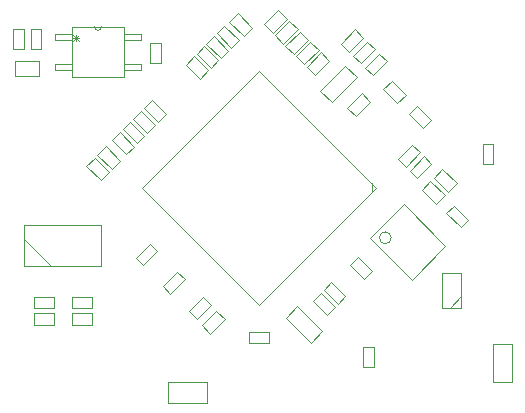
<source format=gbr>
G04*
G04 #@! TF.GenerationSoftware,Altium Limited,Altium Designer,24.0.1 (36)*
G04*
G04 Layer_Color=16711935*
%FSLAX25Y25*%
%MOIN*%
G70*
G04*
G04 #@! TF.SameCoordinates,BD3E70BB-0697-4B71-9AF7-6C14A59E7EE9*
G04*
G04*
G04 #@! TF.FilePolarity,Positive*
G04*
G01*
G75*
%ADD19C,0.00300*%
%ADD115C,0.00394*%
%ADD116C,0.00000*%
%ADD117C,0.00100*%
D19*
X46900Y134334D02*
X48999Y132235D01*
X46900D02*
X48999Y134334D01*
X46900Y133284D02*
X48999D01*
X47949Y132235D02*
Y134334D01*
D115*
X153052Y66692D02*
G03*
X153052Y66692I-1969J0D01*
G01*
X99714Y130081D02*
X102219Y132586D01*
X94981Y134814D02*
X97487Y137319D01*
X94981Y134814D02*
X99714Y130081D01*
X97487Y137319D02*
X102219Y132586D01*
X92914Y123281D02*
X95419Y125786D01*
X88181Y128014D02*
X90687Y130519D01*
X88181Y128014D02*
X92914Y123281D01*
X90687Y130519D02*
X95419Y125786D01*
X131674Y40842D02*
X134458Y43626D01*
X126942Y45574D02*
X129726Y48358D01*
X126942Y45574D02*
X131674Y40842D01*
X129726Y48358D02*
X134458Y43626D01*
X121773Y43824D02*
X130124Y35473D01*
X117876Y39927D02*
X126227Y31576D01*
X130124Y35473D01*
X117876Y39927D02*
X121773Y43824D01*
X109000Y44426D02*
X147974Y83400D01*
X70026D02*
X109000Y44426D01*
X70026Y83400D02*
X109000Y122374D01*
X147974Y83400D01*
X146582Y82008D02*
Y84792D01*
X172609Y43391D02*
X176350Y47131D01*
Y43391D02*
Y54809D01*
X170050D02*
X176350D01*
X170050Y43391D02*
Y54809D01*
Y43391D02*
X176350D01*
X30797Y57202D02*
Y70998D01*
X56403D01*
X56403Y57202D02*
X56403Y70998D01*
X30797Y57202D02*
X56403D01*
X30797Y66218D02*
X39813Y57202D01*
X90042Y37526D02*
X92826Y34742D01*
X94774Y42258D02*
X97558Y39474D01*
X90042Y37526D02*
X94774Y42258D01*
X92826Y34742D02*
X97558Y39474D01*
X78802Y11754D02*
X91598D01*
X78802Y18447D02*
X91598D01*
Y11754D02*
Y18447D01*
X78802Y11754D02*
Y18447D01*
X183528Y91125D02*
X187072D01*
X183528Y97818D02*
X187072D01*
X183528Y91125D02*
Y97818D01*
X187072Y91125D02*
Y97818D01*
X159992Y52772D02*
X171127Y63908D01*
X146072Y66692D02*
X157208Y77828D01*
X171127Y63908D01*
X146072Y66692D02*
X159992Y52772D01*
X129276Y115673D02*
X137627Y124024D01*
X133173Y111776D02*
X141525Y120127D01*
X137627Y124024D02*
X141525Y120127D01*
X129276Y115673D02*
X133173Y111776D01*
X166126Y85558D02*
X170858Y80826D01*
X163342Y82774D02*
X168074Y78042D01*
X163342Y82774D02*
X166126Y85558D01*
X168074Y78042D02*
X170858Y80826D01*
X155339Y92944D02*
X157844Y90438D01*
X160071Y97677D02*
X162577Y95171D01*
X155339Y92944D02*
X160071Y97677D01*
X157844Y90438D02*
X162577Y95171D01*
X158869Y107847D02*
X163602Y103115D01*
X161653Y110631D02*
X166385Y105898D01*
X163602Y103115D02*
X166385Y105898D01*
X158869Y107847D02*
X161653Y110631D01*
X150415Y116302D02*
X155147Y111569D01*
X153199Y119085D02*
X157931Y114353D01*
X155147Y111569D02*
X157931Y114353D01*
X150415Y116302D02*
X153199Y119085D01*
X93986Y133819D02*
X98719Y129086D01*
X91481Y131314D02*
X96214Y126581D01*
X91481Y131314D02*
X93986Y133819D01*
X96214Y126581D02*
X98719Y129086D01*
X84575Y124441D02*
X87359Y127225D01*
X89308Y119708D02*
X92092Y122492D01*
X87359Y127225D02*
X92092Y122492D01*
X84575Y124441D02*
X89308Y119708D01*
X72628Y131746D02*
X72628Y125054D01*
X76172D02*
X76172Y131746D01*
X72628Y125054D02*
X76172D01*
X72628Y131746D02*
X76172D01*
X27763Y125561D02*
X35637D01*
X27763Y120639D02*
X35637Y120639D01*
X27763Y120639D02*
Y125561D01*
X35637Y120639D02*
Y125561D01*
X36372Y129525D02*
Y136218D01*
X32828Y129525D02*
Y136218D01*
X36372Y136218D01*
X32828Y129525D02*
X36372D01*
X30572Y136232D02*
X30572Y129539D01*
X27028Y129539D02*
Y136232D01*
X30572Y136232D01*
X27028Y129539D02*
X30572Y129539D01*
X46603Y47069D02*
X53296D01*
X46603Y43132D02*
X53296D01*
X46603D02*
Y47069D01*
X53296Y43132D02*
X53296Y47069D01*
X46603Y41668D02*
X53296D01*
X46603Y37732D02*
X53296D01*
X46603Y41668D02*
X46603Y37732D01*
X53296D02*
Y41668D01*
X33953Y37732D02*
X40646Y37732D01*
X33953Y41668D02*
X40646D01*
Y37732D02*
Y41668D01*
X33953Y37732D02*
Y41668D01*
Y43132D02*
X40646D01*
X33954Y47069D02*
X40646D01*
Y43132D02*
Y47069D01*
X33953Y43132D02*
X33954Y47069D01*
X143532Y23554D02*
X147468Y23553D01*
X143532Y30246D02*
X147468D01*
X143532Y23554D02*
Y30246D01*
X147468Y23553D02*
Y30246D01*
X193350Y18701D02*
Y31299D01*
X187050Y18701D02*
Y31299D01*
X193350Y31299D01*
X187050Y18701D02*
X193350D01*
X176171Y70123D02*
X178677Y72629D01*
X171439Y74856D02*
X173944Y77362D01*
X171439Y74856D02*
X176171Y70123D01*
X173944Y77362D02*
X178677Y72629D01*
X159181Y89086D02*
X161686Y86581D01*
X163914Y93819D02*
X166419Y91313D01*
X159181Y89086D02*
X163914Y93819D01*
X161686Y86581D02*
X166419Y91313D01*
X172074Y82042D02*
X174858Y84826D01*
X167342Y86774D02*
X170126Y89558D01*
X167342Y86774D02*
X172074Y82042D01*
X170126Y89558D02*
X174858Y84826D01*
X138469Y110053D02*
X143201Y114785D01*
X141253Y107269D02*
X145985Y112002D01*
X138469Y110053D02*
X141253Y107269D01*
X143201Y114785D02*
X145985Y112002D01*
X145114Y132019D02*
X147619Y129514D01*
X140381Y127286D02*
X142886Y124781D01*
X147619Y129514D01*
X140381Y127286D02*
X145114Y132019D01*
X85542Y42226D02*
X90274Y46958D01*
X88326Y39442D02*
X93058Y44174D01*
X85542Y42226D02*
X88326Y39442D01*
X90274Y46958D02*
X93058Y44174D01*
X112446Y31628D02*
Y35172D01*
X105754Y31628D02*
Y35172D01*
Y31628D02*
X112446D01*
X105754Y35172D02*
X112446D01*
X135314Y44681D02*
X137819Y47186D01*
X130581Y49414D02*
X133086Y51919D01*
X130581Y49414D02*
X135314Y44681D01*
X133086Y51919D02*
X137819Y47186D01*
X81713Y55319D02*
X84219Y52814D01*
X76981Y50586D02*
X79486Y48081D01*
X84219Y52814D01*
X76981Y50586D02*
X81713Y55319D01*
X67881Y59986D02*
X70386Y57481D01*
X72614Y64719D02*
X75119Y62213D01*
X67881Y59986D02*
X72614Y64719D01*
X70386Y57481D02*
X75119Y62213D01*
X139242Y57574D02*
X143974Y52842D01*
X142026Y60358D02*
X146758Y55626D01*
X143974Y52842D02*
X146758Y55626D01*
X139242Y57574D02*
X142026Y60358D01*
X99142Y138674D02*
X103874Y133942D01*
X101926Y141458D02*
X106658Y136726D01*
X103874Y133942D02*
X106658Y136726D01*
X99142Y138674D02*
X101926Y141458D01*
X62520Y101785D02*
X67253Y97053D01*
X60015Y99280D02*
X64747Y94547D01*
X60015Y99280D02*
X62520Y101785D01*
X64747Y94547D02*
X67253Y97053D01*
X70545Y109971D02*
X73329Y112755D01*
X75278Y105238D02*
X78061Y108022D01*
X73329Y112755D02*
X78061Y108022D01*
X70545Y109971D02*
X75278Y105238D01*
X66020Y105385D02*
X70753Y100653D01*
X63515Y102880D02*
X68247Y98147D01*
X63515Y102880D02*
X66020Y105385D01*
X68247Y98147D02*
X70753Y100653D01*
X69520Y108885D02*
X74253Y104153D01*
X67015Y106380D02*
X71747Y101647D01*
X67015Y106380D02*
X69520Y108885D01*
X71747Y101647D02*
X74253Y104153D01*
X136242Y131426D02*
X140974Y136158D01*
X139026Y128642D02*
X143758Y133374D01*
X136242Y131426D02*
X139026Y128642D01*
X140974Y136158D02*
X143758Y133374D01*
X144381Y123286D02*
X146886Y120781D01*
X149114Y128019D02*
X151619Y125514D01*
X144381Y123286D02*
X149114Y128019D01*
X146886Y120781D02*
X151619Y125514D01*
X119047Y138931D02*
X121831Y136147D01*
X114315Y134199D02*
X117098Y131415D01*
X121831Y136147D01*
X114315Y134199D02*
X119047Y138931D01*
X115474Y142558D02*
X118258Y139774D01*
X110742Y137826D02*
X113526Y135042D01*
X118258Y139774D01*
X110742Y137826D02*
X115474Y142558D01*
X122547Y135431D02*
X125331Y132647D01*
X117815Y130699D02*
X120598Y127915D01*
X125331Y132647D01*
X117815Y130699D02*
X122547Y135431D01*
X124842Y123726D02*
X129574Y128458D01*
X127626Y120942D02*
X132358Y125674D01*
X124842Y123726D02*
X127626Y120942D01*
X129574Y128458D02*
X132358Y125674D01*
X126074Y131958D02*
X128858Y129174D01*
X121342Y127226D02*
X124126Y124442D01*
X128858Y129174D01*
X121342Y127226D02*
X126074Y131958D01*
X57926Y97158D02*
X62658Y92426D01*
X55142Y94374D02*
X59874Y89642D01*
X55142Y94374D02*
X57926Y97158D01*
X59874Y89642D02*
X62658Y92426D01*
X51442Y90574D02*
X56174Y85842D01*
X54226Y93358D02*
X58958Y88626D01*
X56174Y85842D02*
X58958Y88626D01*
X51442Y90574D02*
X54226Y93358D01*
D116*
X54100Y137010D02*
G03*
X56500Y137010I1200J0D01*
G01*
D117*
X46650Y137010D02*
X46650Y120110D01*
X46650Y137010D02*
X63950D01*
X63950Y120110D01*
X46650Y120110D02*
X63950Y120110D01*
X63950Y134560D02*
X69650Y134560D01*
X69650Y132560D01*
X63950Y132560D02*
X69650Y132560D01*
X63950Y134560D02*
X63950Y132560D01*
X63950Y124560D02*
X69650Y124560D01*
Y122560D02*
Y124560D01*
X63950Y122560D02*
X69650Y122560D01*
X63950Y124560D02*
X63950Y122560D01*
X40950D02*
X46650D01*
X40950D02*
Y124560D01*
X46650D01*
X46650Y122560D01*
X40950Y132560D02*
X46650D01*
X40950D02*
X40950Y134560D01*
X46650Y134560D01*
Y132560D02*
Y134560D01*
M02*

</source>
